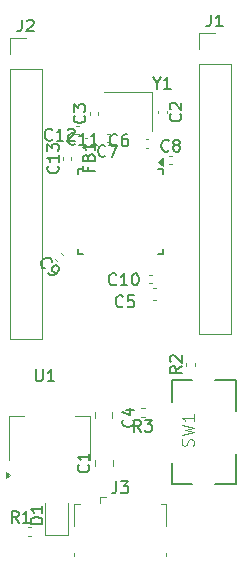
<source format=gbr>
%TF.GenerationSoftware,KiCad,Pcbnew,9.0.0*%
%TF.CreationDate,2025-06-28T10:43:13-07:00*%
%TF.ProjectId,STM 32 devboard,53544d20-3332-4206-9465-76626f617264,rev?*%
%TF.SameCoordinates,Original*%
%TF.FileFunction,Legend,Top*%
%TF.FilePolarity,Positive*%
%FSLAX46Y46*%
G04 Gerber Fmt 4.6, Leading zero omitted, Abs format (unit mm)*
G04 Created by KiCad (PCBNEW 9.0.0) date 2025-06-28 10:43:13*
%MOMM*%
%LPD*%
G01*
G04 APERTURE LIST*
%ADD10C,0.150000*%
%ADD11C,0.100000*%
%ADD12C,0.120000*%
%ADD13C,0.200000*%
G04 APERTURE END LIST*
D10*
X21639827Y-38943208D02*
X21592208Y-38990828D01*
X21592208Y-38990828D02*
X21449351Y-39038447D01*
X21449351Y-39038447D02*
X21354113Y-39038447D01*
X21354113Y-39038447D02*
X21211256Y-38990828D01*
X21211256Y-38990828D02*
X21116018Y-38895589D01*
X21116018Y-38895589D02*
X21068399Y-38800351D01*
X21068399Y-38800351D02*
X21020780Y-38609875D01*
X21020780Y-38609875D02*
X21020780Y-38467018D01*
X21020780Y-38467018D02*
X21068399Y-38276542D01*
X21068399Y-38276542D02*
X21116018Y-38181304D01*
X21116018Y-38181304D02*
X21211256Y-38086066D01*
X21211256Y-38086066D02*
X21354113Y-38038447D01*
X21354113Y-38038447D02*
X21449351Y-38038447D01*
X21449351Y-38038447D02*
X21592208Y-38086066D01*
X21592208Y-38086066D02*
X21639827Y-38133685D01*
X22592208Y-39038447D02*
X22020780Y-39038447D01*
X22306494Y-39038447D02*
X22306494Y-38038447D01*
X22306494Y-38038447D02*
X22211256Y-38181304D01*
X22211256Y-38181304D02*
X22116018Y-38276542D01*
X22116018Y-38276542D02*
X22020780Y-38324161D01*
X23211256Y-38038447D02*
X23306494Y-38038447D01*
X23306494Y-38038447D02*
X23401732Y-38086066D01*
X23401732Y-38086066D02*
X23449351Y-38133685D01*
X23449351Y-38133685D02*
X23496970Y-38228923D01*
X23496970Y-38228923D02*
X23544589Y-38419399D01*
X23544589Y-38419399D02*
X23544589Y-38657494D01*
X23544589Y-38657494D02*
X23496970Y-38847970D01*
X23496970Y-38847970D02*
X23449351Y-38943208D01*
X23449351Y-38943208D02*
X23401732Y-38990828D01*
X23401732Y-38990828D02*
X23306494Y-39038447D01*
X23306494Y-39038447D02*
X23211256Y-39038447D01*
X23211256Y-39038447D02*
X23116018Y-38990828D01*
X23116018Y-38990828D02*
X23068399Y-38943208D01*
X23068399Y-38943208D02*
X23020780Y-38847970D01*
X23020780Y-38847970D02*
X22973161Y-38657494D01*
X22973161Y-38657494D02*
X22973161Y-38419399D01*
X22973161Y-38419399D02*
X23020780Y-38228923D01*
X23020780Y-38228923D02*
X23068399Y-38133685D01*
X23068399Y-38133685D02*
X23116018Y-38086066D01*
X23116018Y-38086066D02*
X23211256Y-38038447D01*
X18157142Y-27059580D02*
X18109523Y-27107200D01*
X18109523Y-27107200D02*
X17966666Y-27154819D01*
X17966666Y-27154819D02*
X17871428Y-27154819D01*
X17871428Y-27154819D02*
X17728571Y-27107200D01*
X17728571Y-27107200D02*
X17633333Y-27011961D01*
X17633333Y-27011961D02*
X17585714Y-26916723D01*
X17585714Y-26916723D02*
X17538095Y-26726247D01*
X17538095Y-26726247D02*
X17538095Y-26583390D01*
X17538095Y-26583390D02*
X17585714Y-26392914D01*
X17585714Y-26392914D02*
X17633333Y-26297676D01*
X17633333Y-26297676D02*
X17728571Y-26202438D01*
X17728571Y-26202438D02*
X17871428Y-26154819D01*
X17871428Y-26154819D02*
X17966666Y-26154819D01*
X17966666Y-26154819D02*
X18109523Y-26202438D01*
X18109523Y-26202438D02*
X18157142Y-26250057D01*
X19109523Y-27154819D02*
X18538095Y-27154819D01*
X18823809Y-27154819D02*
X18823809Y-26154819D01*
X18823809Y-26154819D02*
X18728571Y-26297676D01*
X18728571Y-26297676D02*
X18633333Y-26392914D01*
X18633333Y-26392914D02*
X18538095Y-26440533D01*
X20061904Y-27154819D02*
X19490476Y-27154819D01*
X19776190Y-27154819D02*
X19776190Y-26154819D01*
X19776190Y-26154819D02*
X19680952Y-26297676D01*
X19680952Y-26297676D02*
X19585714Y-26392914D01*
X19585714Y-26392914D02*
X19490476Y-26440533D01*
X16229281Y-26696047D02*
X16181662Y-26743667D01*
X16181662Y-26743667D02*
X16038805Y-26791286D01*
X16038805Y-26791286D02*
X15943567Y-26791286D01*
X15943567Y-26791286D02*
X15800710Y-26743667D01*
X15800710Y-26743667D02*
X15705472Y-26648428D01*
X15705472Y-26648428D02*
X15657853Y-26553190D01*
X15657853Y-26553190D02*
X15610234Y-26362714D01*
X15610234Y-26362714D02*
X15610234Y-26219857D01*
X15610234Y-26219857D02*
X15657853Y-26029381D01*
X15657853Y-26029381D02*
X15705472Y-25934143D01*
X15705472Y-25934143D02*
X15800710Y-25838905D01*
X15800710Y-25838905D02*
X15943567Y-25791286D01*
X15943567Y-25791286D02*
X16038805Y-25791286D01*
X16038805Y-25791286D02*
X16181662Y-25838905D01*
X16181662Y-25838905D02*
X16229281Y-25886524D01*
X17181662Y-26791286D02*
X16610234Y-26791286D01*
X16895948Y-26791286D02*
X16895948Y-25791286D01*
X16895948Y-25791286D02*
X16800710Y-25934143D01*
X16800710Y-25934143D02*
X16705472Y-26029381D01*
X16705472Y-26029381D02*
X16610234Y-26077000D01*
X17562615Y-25886524D02*
X17610234Y-25838905D01*
X17610234Y-25838905D02*
X17705472Y-25791286D01*
X17705472Y-25791286D02*
X17943567Y-25791286D01*
X17943567Y-25791286D02*
X18038805Y-25838905D01*
X18038805Y-25838905D02*
X18086424Y-25886524D01*
X18086424Y-25886524D02*
X18134043Y-25981762D01*
X18134043Y-25981762D02*
X18134043Y-26077000D01*
X18134043Y-26077000D02*
X18086424Y-26219857D01*
X18086424Y-26219857D02*
X17514996Y-26791286D01*
X17514996Y-26791286D02*
X18134043Y-26791286D01*
X29666666Y-16124819D02*
X29666666Y-16839104D01*
X29666666Y-16839104D02*
X29619047Y-16981961D01*
X29619047Y-16981961D02*
X29523809Y-17077200D01*
X29523809Y-17077200D02*
X29380952Y-17124819D01*
X29380952Y-17124819D02*
X29285714Y-17124819D01*
X30666666Y-17124819D02*
X30095238Y-17124819D01*
X30380952Y-17124819D02*
X30380952Y-16124819D01*
X30380952Y-16124819D02*
X30285714Y-16267676D01*
X30285714Y-16267676D02*
X30190476Y-16362914D01*
X30190476Y-16362914D02*
X30095238Y-16410533D01*
X14838095Y-46154819D02*
X14838095Y-46964342D01*
X14838095Y-46964342D02*
X14885714Y-47059580D01*
X14885714Y-47059580D02*
X14933333Y-47107200D01*
X14933333Y-47107200D02*
X15028571Y-47154819D01*
X15028571Y-47154819D02*
X15219047Y-47154819D01*
X15219047Y-47154819D02*
X15314285Y-47107200D01*
X15314285Y-47107200D02*
X15361904Y-47059580D01*
X15361904Y-47059580D02*
X15409523Y-46964342D01*
X15409523Y-46964342D02*
X15409523Y-46154819D01*
X16409523Y-47154819D02*
X15838095Y-47154819D01*
X16123809Y-47154819D02*
X16123809Y-46154819D01*
X16123809Y-46154819D02*
X16028571Y-46297676D01*
X16028571Y-46297676D02*
X15933333Y-46392914D01*
X15933333Y-46392914D02*
X15838095Y-46440533D01*
X25073809Y-21935540D02*
X25073809Y-22411731D01*
X24740476Y-21411731D02*
X25073809Y-21935540D01*
X25073809Y-21935540D02*
X25407142Y-21411731D01*
X26264285Y-22411731D02*
X25692857Y-22411731D01*
X25978571Y-22411731D02*
X25978571Y-21411731D01*
X25978571Y-21411731D02*
X25883333Y-21554588D01*
X25883333Y-21554588D02*
X25788095Y-21649826D01*
X25788095Y-21649826D02*
X25692857Y-21697445D01*
D11*
X28159800Y-52633332D02*
X28207419Y-52490475D01*
X28207419Y-52490475D02*
X28207419Y-52252380D01*
X28207419Y-52252380D02*
X28159800Y-52157142D01*
X28159800Y-52157142D02*
X28112180Y-52109523D01*
X28112180Y-52109523D02*
X28016942Y-52061904D01*
X28016942Y-52061904D02*
X27921704Y-52061904D01*
X27921704Y-52061904D02*
X27826466Y-52109523D01*
X27826466Y-52109523D02*
X27778847Y-52157142D01*
X27778847Y-52157142D02*
X27731228Y-52252380D01*
X27731228Y-52252380D02*
X27683609Y-52442856D01*
X27683609Y-52442856D02*
X27635990Y-52538094D01*
X27635990Y-52538094D02*
X27588371Y-52585713D01*
X27588371Y-52585713D02*
X27493133Y-52633332D01*
X27493133Y-52633332D02*
X27397895Y-52633332D01*
X27397895Y-52633332D02*
X27302657Y-52585713D01*
X27302657Y-52585713D02*
X27255038Y-52538094D01*
X27255038Y-52538094D02*
X27207419Y-52442856D01*
X27207419Y-52442856D02*
X27207419Y-52204761D01*
X27207419Y-52204761D02*
X27255038Y-52061904D01*
X27207419Y-51728570D02*
X28207419Y-51490475D01*
X28207419Y-51490475D02*
X27493133Y-51299999D01*
X27493133Y-51299999D02*
X28207419Y-51109523D01*
X28207419Y-51109523D02*
X27207419Y-50871428D01*
X28207419Y-49966666D02*
X28207419Y-50538094D01*
X28207419Y-50252380D02*
X27207419Y-50252380D01*
X27207419Y-50252380D02*
X27350276Y-50347618D01*
X27350276Y-50347618D02*
X27445514Y-50442856D01*
X27445514Y-50442856D02*
X27493133Y-50538094D01*
D10*
X23733333Y-51424819D02*
X23400000Y-50948628D01*
X23161905Y-51424819D02*
X23161905Y-50424819D01*
X23161905Y-50424819D02*
X23542857Y-50424819D01*
X23542857Y-50424819D02*
X23638095Y-50472438D01*
X23638095Y-50472438D02*
X23685714Y-50520057D01*
X23685714Y-50520057D02*
X23733333Y-50615295D01*
X23733333Y-50615295D02*
X23733333Y-50758152D01*
X23733333Y-50758152D02*
X23685714Y-50853390D01*
X23685714Y-50853390D02*
X23638095Y-50901009D01*
X23638095Y-50901009D02*
X23542857Y-50948628D01*
X23542857Y-50948628D02*
X23161905Y-50948628D01*
X24066667Y-50424819D02*
X24685714Y-50424819D01*
X24685714Y-50424819D02*
X24352381Y-50805771D01*
X24352381Y-50805771D02*
X24495238Y-50805771D01*
X24495238Y-50805771D02*
X24590476Y-50853390D01*
X24590476Y-50853390D02*
X24638095Y-50901009D01*
X24638095Y-50901009D02*
X24685714Y-50996247D01*
X24685714Y-50996247D02*
X24685714Y-51234342D01*
X24685714Y-51234342D02*
X24638095Y-51329580D01*
X24638095Y-51329580D02*
X24590476Y-51377200D01*
X24590476Y-51377200D02*
X24495238Y-51424819D01*
X24495238Y-51424819D02*
X24209524Y-51424819D01*
X24209524Y-51424819D02*
X24114286Y-51377200D01*
X24114286Y-51377200D02*
X24066667Y-51329580D01*
X27184819Y-45916666D02*
X26708628Y-46249999D01*
X27184819Y-46488094D02*
X26184819Y-46488094D01*
X26184819Y-46488094D02*
X26184819Y-46107142D01*
X26184819Y-46107142D02*
X26232438Y-46011904D01*
X26232438Y-46011904D02*
X26280057Y-45964285D01*
X26280057Y-45964285D02*
X26375295Y-45916666D01*
X26375295Y-45916666D02*
X26518152Y-45916666D01*
X26518152Y-45916666D02*
X26613390Y-45964285D01*
X26613390Y-45964285D02*
X26661009Y-46011904D01*
X26661009Y-46011904D02*
X26708628Y-46107142D01*
X26708628Y-46107142D02*
X26708628Y-46488094D01*
X26280057Y-45535713D02*
X26232438Y-45488094D01*
X26232438Y-45488094D02*
X26184819Y-45392856D01*
X26184819Y-45392856D02*
X26184819Y-45154761D01*
X26184819Y-45154761D02*
X26232438Y-45059523D01*
X26232438Y-45059523D02*
X26280057Y-45011904D01*
X26280057Y-45011904D02*
X26375295Y-44964285D01*
X26375295Y-44964285D02*
X26470533Y-44964285D01*
X26470533Y-44964285D02*
X26613390Y-45011904D01*
X26613390Y-45011904D02*
X27184819Y-45583332D01*
X27184819Y-45583332D02*
X27184819Y-44964285D01*
X13383333Y-59154819D02*
X13050000Y-58678628D01*
X12811905Y-59154819D02*
X12811905Y-58154819D01*
X12811905Y-58154819D02*
X13192857Y-58154819D01*
X13192857Y-58154819D02*
X13288095Y-58202438D01*
X13288095Y-58202438D02*
X13335714Y-58250057D01*
X13335714Y-58250057D02*
X13383333Y-58345295D01*
X13383333Y-58345295D02*
X13383333Y-58488152D01*
X13383333Y-58488152D02*
X13335714Y-58583390D01*
X13335714Y-58583390D02*
X13288095Y-58631009D01*
X13288095Y-58631009D02*
X13192857Y-58678628D01*
X13192857Y-58678628D02*
X12811905Y-58678628D01*
X14335714Y-59154819D02*
X13764286Y-59154819D01*
X14050000Y-59154819D02*
X14050000Y-58154819D01*
X14050000Y-58154819D02*
X13954762Y-58297676D01*
X13954762Y-58297676D02*
X13859524Y-58392914D01*
X13859524Y-58392914D02*
X13764286Y-58440533D01*
X21666666Y-55642319D02*
X21666666Y-56356604D01*
X21666666Y-56356604D02*
X21619047Y-56499461D01*
X21619047Y-56499461D02*
X21523809Y-56594700D01*
X21523809Y-56594700D02*
X21380952Y-56642319D01*
X21380952Y-56642319D02*
X21285714Y-56642319D01*
X22047619Y-55642319D02*
X22666666Y-55642319D01*
X22666666Y-55642319D02*
X22333333Y-56023271D01*
X22333333Y-56023271D02*
X22476190Y-56023271D01*
X22476190Y-56023271D02*
X22571428Y-56070890D01*
X22571428Y-56070890D02*
X22619047Y-56118509D01*
X22619047Y-56118509D02*
X22666666Y-56213747D01*
X22666666Y-56213747D02*
X22666666Y-56451842D01*
X22666666Y-56451842D02*
X22619047Y-56547080D01*
X22619047Y-56547080D02*
X22571428Y-56594700D01*
X22571428Y-56594700D02*
X22476190Y-56642319D01*
X22476190Y-56642319D02*
X22190476Y-56642319D01*
X22190476Y-56642319D02*
X22095238Y-56594700D01*
X22095238Y-56594700D02*
X22047619Y-56547080D01*
X13666666Y-16544819D02*
X13666666Y-17259104D01*
X13666666Y-17259104D02*
X13619047Y-17401961D01*
X13619047Y-17401961D02*
X13523809Y-17497200D01*
X13523809Y-17497200D02*
X13380952Y-17544819D01*
X13380952Y-17544819D02*
X13285714Y-17544819D01*
X14095238Y-16640057D02*
X14142857Y-16592438D01*
X14142857Y-16592438D02*
X14238095Y-16544819D01*
X14238095Y-16544819D02*
X14476190Y-16544819D01*
X14476190Y-16544819D02*
X14571428Y-16592438D01*
X14571428Y-16592438D02*
X14619047Y-16640057D01*
X14619047Y-16640057D02*
X14666666Y-16735295D01*
X14666666Y-16735295D02*
X14666666Y-16830533D01*
X14666666Y-16830533D02*
X14619047Y-16973390D01*
X14619047Y-16973390D02*
X14047619Y-17544819D01*
X14047619Y-17544819D02*
X14666666Y-17544819D01*
X19293525Y-29056213D02*
X19293525Y-29389546D01*
X19817335Y-29389546D02*
X18817335Y-29389546D01*
X18817335Y-29389546D02*
X18817335Y-28913356D01*
X19293525Y-28199070D02*
X19341144Y-28056213D01*
X19341144Y-28056213D02*
X19388763Y-28008594D01*
X19388763Y-28008594D02*
X19484001Y-27960975D01*
X19484001Y-27960975D02*
X19626858Y-27960975D01*
X19626858Y-27960975D02*
X19722096Y-28008594D01*
X19722096Y-28008594D02*
X19769716Y-28056213D01*
X19769716Y-28056213D02*
X19817335Y-28151451D01*
X19817335Y-28151451D02*
X19817335Y-28532403D01*
X19817335Y-28532403D02*
X18817335Y-28532403D01*
X18817335Y-28532403D02*
X18817335Y-28199070D01*
X18817335Y-28199070D02*
X18864954Y-28103832D01*
X18864954Y-28103832D02*
X18912573Y-28056213D01*
X18912573Y-28056213D02*
X19007811Y-28008594D01*
X19007811Y-28008594D02*
X19103049Y-28008594D01*
X19103049Y-28008594D02*
X19198287Y-28056213D01*
X19198287Y-28056213D02*
X19245906Y-28103832D01*
X19245906Y-28103832D02*
X19293525Y-28199070D01*
X19293525Y-28199070D02*
X19293525Y-28532403D01*
X19817335Y-27008594D02*
X19817335Y-27580022D01*
X19817335Y-27294308D02*
X18817335Y-27294308D01*
X18817335Y-27294308D02*
X18960192Y-27389546D01*
X18960192Y-27389546D02*
X19055430Y-27484784D01*
X19055430Y-27484784D02*
X19103049Y-27580022D01*
X15404819Y-59238094D02*
X14404819Y-59238094D01*
X14404819Y-59238094D02*
X14404819Y-58999999D01*
X14404819Y-58999999D02*
X14452438Y-58857142D01*
X14452438Y-58857142D02*
X14547676Y-58761904D01*
X14547676Y-58761904D02*
X14642914Y-58714285D01*
X14642914Y-58714285D02*
X14833390Y-58666666D01*
X14833390Y-58666666D02*
X14976247Y-58666666D01*
X14976247Y-58666666D02*
X15166723Y-58714285D01*
X15166723Y-58714285D02*
X15261961Y-58761904D01*
X15261961Y-58761904D02*
X15357200Y-58857142D01*
X15357200Y-58857142D02*
X15404819Y-58999999D01*
X15404819Y-58999999D02*
X15404819Y-59238094D01*
X15404819Y-57714285D02*
X15404819Y-58285713D01*
X15404819Y-57999999D02*
X14404819Y-57999999D01*
X14404819Y-57999999D02*
X14547676Y-58095237D01*
X14547676Y-58095237D02*
X14642914Y-58190475D01*
X14642914Y-58190475D02*
X14690533Y-58285713D01*
X16699580Y-28949769D02*
X16747200Y-28997388D01*
X16747200Y-28997388D02*
X16794819Y-29140245D01*
X16794819Y-29140245D02*
X16794819Y-29235483D01*
X16794819Y-29235483D02*
X16747200Y-29378340D01*
X16747200Y-29378340D02*
X16651961Y-29473578D01*
X16651961Y-29473578D02*
X16556723Y-29521197D01*
X16556723Y-29521197D02*
X16366247Y-29568816D01*
X16366247Y-29568816D02*
X16223390Y-29568816D01*
X16223390Y-29568816D02*
X16032914Y-29521197D01*
X16032914Y-29521197D02*
X15937676Y-29473578D01*
X15937676Y-29473578D02*
X15842438Y-29378340D01*
X15842438Y-29378340D02*
X15794819Y-29235483D01*
X15794819Y-29235483D02*
X15794819Y-29140245D01*
X15794819Y-29140245D02*
X15842438Y-28997388D01*
X15842438Y-28997388D02*
X15890057Y-28949769D01*
X16794819Y-27997388D02*
X16794819Y-28568816D01*
X16794819Y-28283102D02*
X15794819Y-28283102D01*
X15794819Y-28283102D02*
X15937676Y-28378340D01*
X15937676Y-28378340D02*
X16032914Y-28473578D01*
X16032914Y-28473578D02*
X16080533Y-28568816D01*
X15794819Y-27664054D02*
X15794819Y-27045007D01*
X15794819Y-27045007D02*
X16175771Y-27378340D01*
X16175771Y-27378340D02*
X16175771Y-27235483D01*
X16175771Y-27235483D02*
X16223390Y-27140245D01*
X16223390Y-27140245D02*
X16271009Y-27092626D01*
X16271009Y-27092626D02*
X16366247Y-27045007D01*
X16366247Y-27045007D02*
X16604342Y-27045007D01*
X16604342Y-27045007D02*
X16699580Y-27092626D01*
X16699580Y-27092626D02*
X16747200Y-27140245D01*
X16747200Y-27140245D02*
X16794819Y-27235483D01*
X16794819Y-27235483D02*
X16794819Y-27521197D01*
X16794819Y-27521197D02*
X16747200Y-27616435D01*
X16747200Y-27616435D02*
X16699580Y-27664054D01*
X15604168Y-37607435D02*
X15536824Y-37607435D01*
X15536824Y-37607435D02*
X15402137Y-37540091D01*
X15402137Y-37540091D02*
X15334794Y-37472748D01*
X15334794Y-37472748D02*
X15267450Y-37338061D01*
X15267450Y-37338061D02*
X15267450Y-37203374D01*
X15267450Y-37203374D02*
X15301122Y-37102359D01*
X15301122Y-37102359D02*
X15402137Y-36934000D01*
X15402137Y-36934000D02*
X15503152Y-36832985D01*
X15503152Y-36832985D02*
X15671511Y-36731969D01*
X15671511Y-36731969D02*
X15772526Y-36698298D01*
X15772526Y-36698298D02*
X15907213Y-36698298D01*
X15907213Y-36698298D02*
X16041900Y-36765641D01*
X16041900Y-36765641D02*
X16109244Y-36832985D01*
X16109244Y-36832985D02*
X16176587Y-36967672D01*
X16176587Y-36967672D02*
X16176587Y-37035015D01*
X15873542Y-38011496D02*
X16008229Y-38146183D01*
X16008229Y-38146183D02*
X16109244Y-38179855D01*
X16109244Y-38179855D02*
X16176587Y-38179855D01*
X16176587Y-38179855D02*
X16344946Y-38146183D01*
X16344946Y-38146183D02*
X16513305Y-38045168D01*
X16513305Y-38045168D02*
X16782679Y-37775794D01*
X16782679Y-37775794D02*
X16816351Y-37674778D01*
X16816351Y-37674778D02*
X16816351Y-37607435D01*
X16816351Y-37607435D02*
X16782679Y-37506420D01*
X16782679Y-37506420D02*
X16647992Y-37371733D01*
X16647992Y-37371733D02*
X16546977Y-37338061D01*
X16546977Y-37338061D02*
X16479633Y-37338061D01*
X16479633Y-37338061D02*
X16378618Y-37371733D01*
X16378618Y-37371733D02*
X16210259Y-37540091D01*
X16210259Y-37540091D02*
X16176587Y-37641107D01*
X16176587Y-37641107D02*
X16176587Y-37708450D01*
X16176587Y-37708450D02*
X16210259Y-37809465D01*
X16210259Y-37809465D02*
X16344946Y-37944152D01*
X16344946Y-37944152D02*
X16445961Y-37977824D01*
X16445961Y-37977824D02*
X16513305Y-37977824D01*
X16513305Y-37977824D02*
X16614320Y-37944152D01*
X26099144Y-27619941D02*
X26051525Y-27667561D01*
X26051525Y-27667561D02*
X25908668Y-27715180D01*
X25908668Y-27715180D02*
X25813430Y-27715180D01*
X25813430Y-27715180D02*
X25670573Y-27667561D01*
X25670573Y-27667561D02*
X25575335Y-27572322D01*
X25575335Y-27572322D02*
X25527716Y-27477084D01*
X25527716Y-27477084D02*
X25480097Y-27286608D01*
X25480097Y-27286608D02*
X25480097Y-27143751D01*
X25480097Y-27143751D02*
X25527716Y-26953275D01*
X25527716Y-26953275D02*
X25575335Y-26858037D01*
X25575335Y-26858037D02*
X25670573Y-26762799D01*
X25670573Y-26762799D02*
X25813430Y-26715180D01*
X25813430Y-26715180D02*
X25908668Y-26715180D01*
X25908668Y-26715180D02*
X26051525Y-26762799D01*
X26051525Y-26762799D02*
X26099144Y-26810418D01*
X26670573Y-27143751D02*
X26575335Y-27096132D01*
X26575335Y-27096132D02*
X26527716Y-27048513D01*
X26527716Y-27048513D02*
X26480097Y-26953275D01*
X26480097Y-26953275D02*
X26480097Y-26905656D01*
X26480097Y-26905656D02*
X26527716Y-26810418D01*
X26527716Y-26810418D02*
X26575335Y-26762799D01*
X26575335Y-26762799D02*
X26670573Y-26715180D01*
X26670573Y-26715180D02*
X26861049Y-26715180D01*
X26861049Y-26715180D02*
X26956287Y-26762799D01*
X26956287Y-26762799D02*
X27003906Y-26810418D01*
X27003906Y-26810418D02*
X27051525Y-26905656D01*
X27051525Y-26905656D02*
X27051525Y-26953275D01*
X27051525Y-26953275D02*
X27003906Y-27048513D01*
X27003906Y-27048513D02*
X26956287Y-27096132D01*
X26956287Y-27096132D02*
X26861049Y-27143751D01*
X26861049Y-27143751D02*
X26670573Y-27143751D01*
X26670573Y-27143751D02*
X26575335Y-27191370D01*
X26575335Y-27191370D02*
X26527716Y-27238989D01*
X26527716Y-27238989D02*
X26480097Y-27334227D01*
X26480097Y-27334227D02*
X26480097Y-27524703D01*
X26480097Y-27524703D02*
X26527716Y-27619941D01*
X26527716Y-27619941D02*
X26575335Y-27667561D01*
X26575335Y-27667561D02*
X26670573Y-27715180D01*
X26670573Y-27715180D02*
X26861049Y-27715180D01*
X26861049Y-27715180D02*
X26956287Y-27667561D01*
X26956287Y-27667561D02*
X27003906Y-27619941D01*
X27003906Y-27619941D02*
X27051525Y-27524703D01*
X27051525Y-27524703D02*
X27051525Y-27334227D01*
X27051525Y-27334227D02*
X27003906Y-27238989D01*
X27003906Y-27238989D02*
X26956287Y-27191370D01*
X26956287Y-27191370D02*
X26861049Y-27143751D01*
X20732701Y-28076492D02*
X20685082Y-28124112D01*
X20685082Y-28124112D02*
X20542225Y-28171731D01*
X20542225Y-28171731D02*
X20446987Y-28171731D01*
X20446987Y-28171731D02*
X20304130Y-28124112D01*
X20304130Y-28124112D02*
X20208892Y-28028873D01*
X20208892Y-28028873D02*
X20161273Y-27933635D01*
X20161273Y-27933635D02*
X20113654Y-27743159D01*
X20113654Y-27743159D02*
X20113654Y-27600302D01*
X20113654Y-27600302D02*
X20161273Y-27409826D01*
X20161273Y-27409826D02*
X20208892Y-27314588D01*
X20208892Y-27314588D02*
X20304130Y-27219350D01*
X20304130Y-27219350D02*
X20446987Y-27171731D01*
X20446987Y-27171731D02*
X20542225Y-27171731D01*
X20542225Y-27171731D02*
X20685082Y-27219350D01*
X20685082Y-27219350D02*
X20732701Y-27266969D01*
X21066035Y-27171731D02*
X21732701Y-27171731D01*
X21732701Y-27171731D02*
X21304130Y-28171731D01*
X21732701Y-27166492D02*
X21685082Y-27214112D01*
X21685082Y-27214112D02*
X21542225Y-27261731D01*
X21542225Y-27261731D02*
X21446987Y-27261731D01*
X21446987Y-27261731D02*
X21304130Y-27214112D01*
X21304130Y-27214112D02*
X21208892Y-27118873D01*
X21208892Y-27118873D02*
X21161273Y-27023635D01*
X21161273Y-27023635D02*
X21113654Y-26833159D01*
X21113654Y-26833159D02*
X21113654Y-26690302D01*
X21113654Y-26690302D02*
X21161273Y-26499826D01*
X21161273Y-26499826D02*
X21208892Y-26404588D01*
X21208892Y-26404588D02*
X21304130Y-26309350D01*
X21304130Y-26309350D02*
X21446987Y-26261731D01*
X21446987Y-26261731D02*
X21542225Y-26261731D01*
X21542225Y-26261731D02*
X21685082Y-26309350D01*
X21685082Y-26309350D02*
X21732701Y-26356969D01*
X22589844Y-26261731D02*
X22399368Y-26261731D01*
X22399368Y-26261731D02*
X22304130Y-26309350D01*
X22304130Y-26309350D02*
X22256511Y-26356969D01*
X22256511Y-26356969D02*
X22161273Y-26499826D01*
X22161273Y-26499826D02*
X22113654Y-26690302D01*
X22113654Y-26690302D02*
X22113654Y-27071254D01*
X22113654Y-27071254D02*
X22161273Y-27166492D01*
X22161273Y-27166492D02*
X22208892Y-27214112D01*
X22208892Y-27214112D02*
X22304130Y-27261731D01*
X22304130Y-27261731D02*
X22494606Y-27261731D01*
X22494606Y-27261731D02*
X22589844Y-27214112D01*
X22589844Y-27214112D02*
X22637463Y-27166492D01*
X22637463Y-27166492D02*
X22685082Y-27071254D01*
X22685082Y-27071254D02*
X22685082Y-26833159D01*
X22685082Y-26833159D02*
X22637463Y-26737921D01*
X22637463Y-26737921D02*
X22589844Y-26690302D01*
X22589844Y-26690302D02*
X22494606Y-26642683D01*
X22494606Y-26642683D02*
X22304130Y-26642683D01*
X22304130Y-26642683D02*
X22208892Y-26690302D01*
X22208892Y-26690302D02*
X22161273Y-26737921D01*
X22161273Y-26737921D02*
X22113654Y-26833159D01*
X22226362Y-40809580D02*
X22178743Y-40857200D01*
X22178743Y-40857200D02*
X22035886Y-40904819D01*
X22035886Y-40904819D02*
X21940648Y-40904819D01*
X21940648Y-40904819D02*
X21797791Y-40857200D01*
X21797791Y-40857200D02*
X21702553Y-40761961D01*
X21702553Y-40761961D02*
X21654934Y-40666723D01*
X21654934Y-40666723D02*
X21607315Y-40476247D01*
X21607315Y-40476247D02*
X21607315Y-40333390D01*
X21607315Y-40333390D02*
X21654934Y-40142914D01*
X21654934Y-40142914D02*
X21702553Y-40047676D01*
X21702553Y-40047676D02*
X21797791Y-39952438D01*
X21797791Y-39952438D02*
X21940648Y-39904819D01*
X21940648Y-39904819D02*
X22035886Y-39904819D01*
X22035886Y-39904819D02*
X22178743Y-39952438D01*
X22178743Y-39952438D02*
X22226362Y-40000057D01*
X23131124Y-39904819D02*
X22654934Y-39904819D01*
X22654934Y-39904819D02*
X22607315Y-40381009D01*
X22607315Y-40381009D02*
X22654934Y-40333390D01*
X22654934Y-40333390D02*
X22750172Y-40285771D01*
X22750172Y-40285771D02*
X22988267Y-40285771D01*
X22988267Y-40285771D02*
X23083505Y-40333390D01*
X23083505Y-40333390D02*
X23131124Y-40381009D01*
X23131124Y-40381009D02*
X23178743Y-40476247D01*
X23178743Y-40476247D02*
X23178743Y-40714342D01*
X23178743Y-40714342D02*
X23131124Y-40809580D01*
X23131124Y-40809580D02*
X23083505Y-40857200D01*
X23083505Y-40857200D02*
X22988267Y-40904819D01*
X22988267Y-40904819D02*
X22750172Y-40904819D01*
X22750172Y-40904819D02*
X22654934Y-40857200D01*
X22654934Y-40857200D02*
X22607315Y-40809580D01*
X23059580Y-50416666D02*
X23107200Y-50464285D01*
X23107200Y-50464285D02*
X23154819Y-50607142D01*
X23154819Y-50607142D02*
X23154819Y-50702380D01*
X23154819Y-50702380D02*
X23107200Y-50845237D01*
X23107200Y-50845237D02*
X23011961Y-50940475D01*
X23011961Y-50940475D02*
X22916723Y-50988094D01*
X22916723Y-50988094D02*
X22726247Y-51035713D01*
X22726247Y-51035713D02*
X22583390Y-51035713D01*
X22583390Y-51035713D02*
X22392914Y-50988094D01*
X22392914Y-50988094D02*
X22297676Y-50940475D01*
X22297676Y-50940475D02*
X22202438Y-50845237D01*
X22202438Y-50845237D02*
X22154819Y-50702380D01*
X22154819Y-50702380D02*
X22154819Y-50607142D01*
X22154819Y-50607142D02*
X22202438Y-50464285D01*
X22202438Y-50464285D02*
X22250057Y-50416666D01*
X22488152Y-49559523D02*
X23154819Y-49559523D01*
X22107200Y-49797618D02*
X22821485Y-50035713D01*
X22821485Y-50035713D02*
X22821485Y-49416666D01*
X18949580Y-24673578D02*
X18997200Y-24721197D01*
X18997200Y-24721197D02*
X19044819Y-24864054D01*
X19044819Y-24864054D02*
X19044819Y-24959292D01*
X19044819Y-24959292D02*
X18997200Y-25102149D01*
X18997200Y-25102149D02*
X18901961Y-25197387D01*
X18901961Y-25197387D02*
X18806723Y-25245006D01*
X18806723Y-25245006D02*
X18616247Y-25292625D01*
X18616247Y-25292625D02*
X18473390Y-25292625D01*
X18473390Y-25292625D02*
X18282914Y-25245006D01*
X18282914Y-25245006D02*
X18187676Y-25197387D01*
X18187676Y-25197387D02*
X18092438Y-25102149D01*
X18092438Y-25102149D02*
X18044819Y-24959292D01*
X18044819Y-24959292D02*
X18044819Y-24864054D01*
X18044819Y-24864054D02*
X18092438Y-24721197D01*
X18092438Y-24721197D02*
X18140057Y-24673578D01*
X18044819Y-24340244D02*
X18044819Y-23721197D01*
X18044819Y-23721197D02*
X18425771Y-24054530D01*
X18425771Y-24054530D02*
X18425771Y-23911673D01*
X18425771Y-23911673D02*
X18473390Y-23816435D01*
X18473390Y-23816435D02*
X18521009Y-23768816D01*
X18521009Y-23768816D02*
X18616247Y-23721197D01*
X18616247Y-23721197D02*
X18854342Y-23721197D01*
X18854342Y-23721197D02*
X18949580Y-23768816D01*
X18949580Y-23768816D02*
X18997200Y-23816435D01*
X18997200Y-23816435D02*
X19044819Y-23911673D01*
X19044819Y-23911673D02*
X19044819Y-24197387D01*
X19044819Y-24197387D02*
X18997200Y-24292625D01*
X18997200Y-24292625D02*
X18949580Y-24340244D01*
X27069580Y-24523578D02*
X27117200Y-24571197D01*
X27117200Y-24571197D02*
X27164819Y-24714054D01*
X27164819Y-24714054D02*
X27164819Y-24809292D01*
X27164819Y-24809292D02*
X27117200Y-24952149D01*
X27117200Y-24952149D02*
X27021961Y-25047387D01*
X27021961Y-25047387D02*
X26926723Y-25095006D01*
X26926723Y-25095006D02*
X26736247Y-25142625D01*
X26736247Y-25142625D02*
X26593390Y-25142625D01*
X26593390Y-25142625D02*
X26402914Y-25095006D01*
X26402914Y-25095006D02*
X26307676Y-25047387D01*
X26307676Y-25047387D02*
X26212438Y-24952149D01*
X26212438Y-24952149D02*
X26164819Y-24809292D01*
X26164819Y-24809292D02*
X26164819Y-24714054D01*
X26164819Y-24714054D02*
X26212438Y-24571197D01*
X26212438Y-24571197D02*
X26260057Y-24523578D01*
X26260057Y-24142625D02*
X26212438Y-24095006D01*
X26212438Y-24095006D02*
X26164819Y-23999768D01*
X26164819Y-23999768D02*
X26164819Y-23761673D01*
X26164819Y-23761673D02*
X26212438Y-23666435D01*
X26212438Y-23666435D02*
X26260057Y-23618816D01*
X26260057Y-23618816D02*
X26355295Y-23571197D01*
X26355295Y-23571197D02*
X26450533Y-23571197D01*
X26450533Y-23571197D02*
X26593390Y-23618816D01*
X26593390Y-23618816D02*
X27164819Y-24190244D01*
X27164819Y-24190244D02*
X27164819Y-23571197D01*
X19288479Y-54238525D02*
X19336099Y-54286144D01*
X19336099Y-54286144D02*
X19383718Y-54429001D01*
X19383718Y-54429001D02*
X19383718Y-54524239D01*
X19383718Y-54524239D02*
X19336099Y-54667096D01*
X19336099Y-54667096D02*
X19240860Y-54762334D01*
X19240860Y-54762334D02*
X19145622Y-54809953D01*
X19145622Y-54809953D02*
X18955146Y-54857572D01*
X18955146Y-54857572D02*
X18812289Y-54857572D01*
X18812289Y-54857572D02*
X18621813Y-54809953D01*
X18621813Y-54809953D02*
X18526575Y-54762334D01*
X18526575Y-54762334D02*
X18431337Y-54667096D01*
X18431337Y-54667096D02*
X18383718Y-54524239D01*
X18383718Y-54524239D02*
X18383718Y-54429001D01*
X18383718Y-54429001D02*
X18431337Y-54286144D01*
X18431337Y-54286144D02*
X18478956Y-54238525D01*
X19383718Y-53286144D02*
X19383718Y-53857572D01*
X19383718Y-53571858D02*
X18383718Y-53571858D01*
X18383718Y-53571858D02*
X18526575Y-53667096D01*
X18526575Y-53667096D02*
X18621813Y-53762334D01*
X18621813Y-53762334D02*
X18669432Y-53857572D01*
D12*
%TO.C,C10*%
X24657836Y-38140000D02*
X24442164Y-38140000D01*
X24657836Y-38860000D02*
X24442164Y-38860000D01*
%TO.C,C11*%
X19204729Y-27304440D02*
X18989057Y-27304440D01*
X19204729Y-26584440D02*
X18989057Y-26584440D01*
%TO.C,C12*%
X18461978Y-25545871D02*
X18246306Y-25545871D01*
X18461978Y-26265871D02*
X18246306Y-26265871D01*
%TO.C,J1*%
X28670000Y-17670000D02*
X30000000Y-17670000D01*
X28670000Y-19000000D02*
X28670000Y-17670000D01*
X28670000Y-20270000D02*
X28670000Y-43190000D01*
X28670000Y-20270000D02*
X31330000Y-20270000D01*
X28670000Y-43190000D02*
X31330000Y-43190000D01*
X31330000Y-20270000D02*
X31330000Y-43190000D01*
%TO.C,U1*%
X12690000Y-55130000D02*
X12360000Y-55370000D01*
X12360000Y-54890000D01*
X12690000Y-55130000D01*
G36*
X12690000Y-55130000D02*
G01*
X12360000Y-55370000D01*
X12360000Y-54890000D01*
X12690000Y-55130000D01*
G37*
X19410000Y-50090000D02*
X18150000Y-50090000D01*
X12590000Y-50090000D02*
X13850000Y-50090000D01*
X19410000Y-53850000D02*
X19410000Y-50090000D01*
X12590000Y-53850000D02*
X12590000Y-50090000D01*
%TO.C,Y1*%
X24650000Y-25956912D02*
X24650000Y-22656912D01*
X24650000Y-22656912D02*
X20650000Y-22656912D01*
D13*
%TO.C,SW1*%
X26389000Y-55900000D02*
X28050000Y-55900000D01*
X26389000Y-55900000D02*
X26389000Y-54100000D01*
X31750000Y-55900000D02*
X30050000Y-55900000D01*
X31750000Y-55900000D02*
X31750000Y-53300000D01*
X26389000Y-47100000D02*
X26389000Y-48900000D01*
X26389000Y-47100000D02*
X28050000Y-47100000D01*
X31750000Y-47100000D02*
X31750000Y-49700000D01*
X31750000Y-47100000D02*
X30050000Y-47100000D01*
D12*
%TO.C,R3*%
X24053641Y-50180000D02*
X23746359Y-50180000D01*
X24053641Y-49420000D02*
X23746359Y-49420000D01*
%TO.C,R2*%
X27520000Y-45903641D02*
X27520000Y-45596359D01*
X28280000Y-45903641D02*
X28280000Y-45596359D01*
%TO.C,R1*%
X14142676Y-59472750D02*
X14449958Y-59472750D01*
X14142676Y-60232750D02*
X14449958Y-60232750D01*
%TO.C,J3*%
X18100000Y-57537500D02*
X18550000Y-57537500D01*
X18100000Y-59387500D02*
X18100000Y-57537500D01*
X18100000Y-61937500D02*
X18100000Y-61687500D01*
X20300000Y-56987500D02*
X20300000Y-57437500D01*
X20300000Y-56987500D02*
X20750000Y-56987500D01*
X25900000Y-57537500D02*
X25450000Y-57537500D01*
X25900000Y-59387500D02*
X25900000Y-57537500D01*
X25900000Y-61937500D02*
X25900000Y-61687500D01*
%TO.C,J2*%
X12670000Y-18090000D02*
X14000000Y-18090000D01*
X12670000Y-19420000D02*
X12670000Y-18090000D01*
X12670000Y-20690000D02*
X12670000Y-43610000D01*
X12670000Y-20690000D02*
X15330000Y-20690000D01*
X12670000Y-43610000D02*
X15330000Y-43610000D01*
X15330000Y-20690000D02*
X15330000Y-43610000D01*
%TO.C,D1*%
X15640000Y-60185000D02*
X17560000Y-60185000D01*
X17560000Y-60185000D02*
X17560000Y-57500000D01*
X15640000Y-57500000D02*
X15640000Y-60185000D01*
%TO.C,C13*%
X17140000Y-28414748D02*
X17140000Y-28199076D01*
X17860000Y-28414748D02*
X17860000Y-28199076D01*
%TO.C,C9*%
X16618218Y-36981590D02*
X16465715Y-36829087D01*
X17127335Y-36472473D02*
X16974832Y-36319970D01*
%TO.C,C8*%
X26157975Y-28060361D02*
X26373647Y-28060361D01*
X26157975Y-28780361D02*
X26373647Y-28780361D01*
%TO.C,C7*%
X21107836Y-26916912D02*
X20892164Y-26916912D01*
X21107836Y-26196912D02*
X20892164Y-26196912D01*
%TO.C,C6*%
X24347433Y-27393813D02*
X24131761Y-27393813D01*
X24347433Y-26673813D02*
X24131761Y-26673813D01*
%TO.C,C5*%
X25040580Y-40272471D02*
X24759420Y-40272471D01*
X25040580Y-39252471D02*
X24759420Y-39252471D01*
%TO.C,C4*%
X21335000Y-49738748D02*
X21335000Y-50261252D01*
X19865000Y-49738748D02*
X19865000Y-50261252D01*
%TO.C,C3*%
X19390000Y-24614748D02*
X19390000Y-24399076D01*
X20110000Y-24614748D02*
X20110000Y-24399076D01*
%TO.C,C2*%
X25910000Y-24249076D02*
X25910000Y-24464748D01*
X25190000Y-24249076D02*
X25190000Y-24464748D01*
%TO.C,C1*%
X21343899Y-54333111D02*
X21343899Y-53810607D01*
X19873899Y-54333111D02*
X19873899Y-53810607D01*
%TO.C,U2*%
X25630000Y-28946912D02*
X25160000Y-28606912D01*
X25630000Y-28266912D01*
X25630000Y-28946912D01*
G36*
X25630000Y-28946912D02*
G01*
X25160000Y-28606912D01*
X25630000Y-28266912D01*
X25630000Y-28946912D01*
G37*
D10*
X18390000Y-36416912D02*
X18840000Y-36416912D01*
X25610000Y-36416912D02*
X25160000Y-36416912D01*
X18390000Y-35966912D02*
X18390000Y-36416912D01*
X25610000Y-35966912D02*
X25610000Y-36416912D01*
X18390000Y-29646912D02*
X18390000Y-29196912D01*
X25610000Y-29646912D02*
X25610000Y-29196912D01*
X18390000Y-29196912D02*
X18840000Y-29196912D01*
X25610000Y-29196912D02*
X25160000Y-29196912D01*
%TD*%
M02*

</source>
